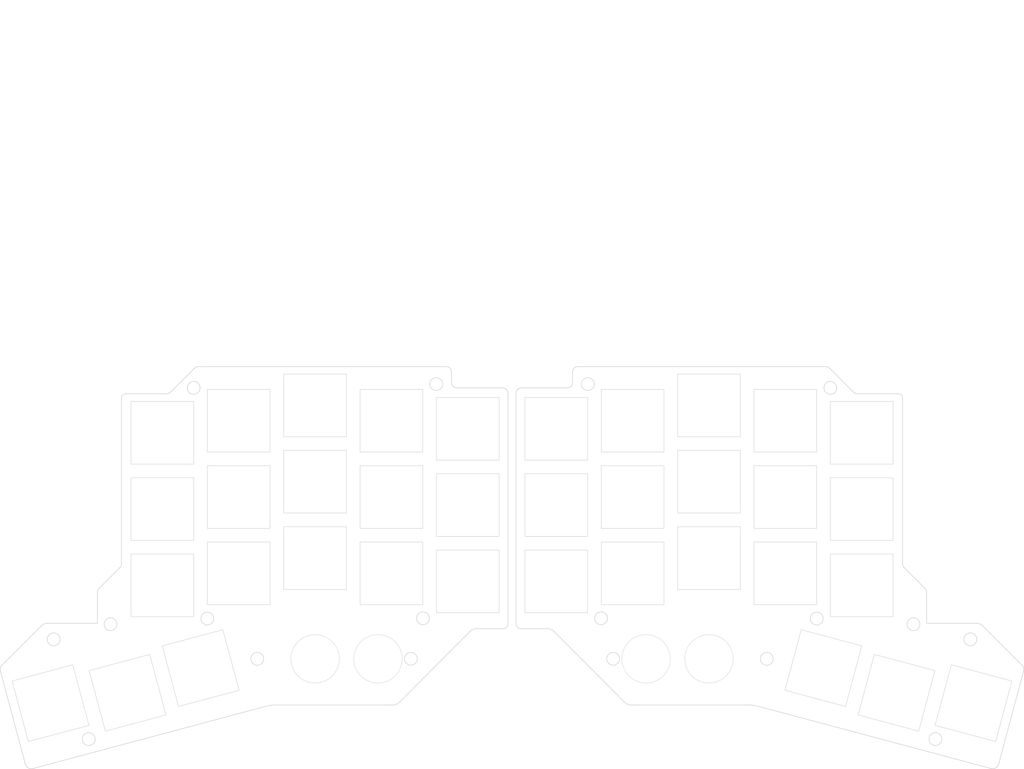
<source format=kicad_pcb>
(kicad_pcb (version 20211014) (generator pcbnew)
  (layers (0 "F.Cu" signal) (31 "B.Cu" signal) (34 "B.Paste" user) (35 "F.Paste" user) (36 "B.SilkS" user "B.Silkscreen") (37 "F.SilkS" user "F.Silkscreen") (38 "B.Mask" user) (39 "F.Mask" user) (44 "Edge.Cuts" user))
  (net 0 "")
  (footprint "jw_custom_footprint:CherryMX_Hotswap_cutout_above_PCB" (layer "F.Cu") (at 180.06034 102.649881)
    (fp_text reference "SW12" hide)
    (fp_text value "SW12")
    (fp_rect (start -7.8 -7.8) (end 7.8 7.8) (layer "Edge.Cuts") (width 0.12) (fill none))
  )
  (footprint "jw_custom_footprint:CherryMX_Hotswap_cutout_above_PCB" (layer "F.Cu") (at 180.06034 83.650281)
    (fp_text reference "SW7" hide)
    (fp_text value "SW7")
    (fp_rect (start -7.8 -7.8) (end 7.8 7.8) (layer "Edge.Cuts") (width 0.12) (fill none))
  )
  (footprint "jw_custom_footprint:CherryMX_Hotswap_cutout_above_PCB" (layer "F.Cu") (at 264.8712 134.975598 165)
    (fp_text reference "SW20" hide)
    (fp_text value "SW20")
    (fp_rect (start -7.8 -7.8) (end 7.8 7.8) (layer "Edge.Cuts") (width 0.12) (fill none))
  )
  (footprint "jw_custom_footprint:MountingHole_3.2mm_M3_cutout" (layer "F.Cu") (at 229.261167 56.462037)
    (fp_text reference "TH1")
    (fp_text value "HOLE")
    (fp_circle (center 0 0) (end 1.6 0) (layer "Edge.Cuts") (width 0.15) (fill none))
  )
  (footprint "jw_custom_footprint:contact_button_cutout_12mm" (layer "F.Cu") (at 183.401592 123.932287)
    (fp_text reference "SW16" hide)
    (fp_text value "SW_Contact_Pad")
    (fp_circle (center 0 0) (end 6.025 0) (layer "Edge.Cuts") (width 0.1) (fill none))
  )
  (footprint "jw_custom_footprint:CherryMX_Hotswap_cutout_above_PCB" (layer "F.Cu") (at 161.06014 66.649281)
    (fp_text reference "SW1" hide)
    (fp_text value "SW1")
    (fp_rect (start -7.8 -7.8) (end 7.8 7.8) (layer "Edge.Cuts") (width 0.12) (fill none))
  )
  (footprint "jw_custom_footprint:CherryMX_Hotswap_cutout_above_PCB" (layer "F.Cu") (at 161.06014 85.649681)
    (fp_text reference "SW6" hide)
    (fp_text value "SW6")
    (fp_rect (start -7.8 -7.8) (end 7.8 7.8) (layer "Edge.Cuts") (width 0.12) (fill none))
  )
  (footprint "jw_custom_footprint:MountingHole_3.2mm_M3_cutout" (layer "F.Cu") (at 225.870212 113.900487)
    (fp_text reference "TH4")
    (fp_text value "HOLE")
    (fp_circle (center 0 0) (end 1.6 0) (layer "Edge.Cuts") (width 0.15) (fill none))
  )
  (footprint "jw_custom_footprint:MountingHole_3.2mm_M3_cutout" (layer "F.Cu") (at 249.936 115.316 180)
    (fp_text reference "MCU_1")
    (fp_text value "HOLE")
    (fp_circle (center 0 0) (end 1.6 0) (layer "Edge.Cuts") (width 0.15) (fill none))
  )
  (footprint "jw_custom_footprint:MountingHole_3.2mm_M3_cutout" (layer "F.Cu") (at 172.212767 113.837837)
    (fp_text reference "TH3")
    (fp_text value "HOLE")
    (fp_circle (center 0 0) (end 1.6 0) (layer "Edge.Cuts") (width 0.15) (fill none))
  )
  (footprint "jw_custom_footprint:MountingHole_3.2mm_M3_cutout" (layer "F.Cu") (at 264.095774 119.0752)
    (fp_text reference "MCU_2")
    (fp_text value "HOLE")
    (fp_circle (center 0 0) (end 1.6 0) (layer "Edge.Cuts") (width 0.15) (fill none))
  )
  (footprint "jw_custom_footprint:CherryMX_Hotswap_cutout_above_PCB" (layer "F.Cu") (at 245.7196 132.3848 -15)
    (fp_text reference "SW19" hide)
    (fp_text value "SW19")
    (fp_rect (start -7.8 -7.8) (end 7.8 7.8) (layer "Edge.Cuts") (width 0.12) (fill none))
  )
  (footprint "jw_custom_footprint:contact_button_cutout_12mm" (layer "F.Cu") (at 199.059966 123.932287)
    (fp_text reference "SW17" hide)
    (fp_text value "SW_Contact_Pad")
    (fp_circle (center 0 0) (end 6.025 0) (layer "Edge.Cuts") (width 0.1) (fill none))
  )
  (footprint "jw_custom_footprint:CherryMX_Hotswap_cutout_above_PCB" (layer "F.Cu") (at 199.05974 98.840081)
    (fp_text reference "SW13" hide)
    (fp_text value "SW13")
    (fp_rect (start -7.8 -7.8) (end 7.8 7.8) (layer "Edge.Cuts") (width 0.12) (fill none))
  )
  (footprint "jw_custom_footprint:MountingHole_3.2mm_M3_cutout" (layer "F.Cu") (at 255.397 143.9164)
    (fp_text reference "TH5")
    (fp_text value "HOLE")
    (fp_circle (center 0 0) (end 1.6 0) (layer "Edge.Cuts") (width 0.15) (fill none))
  )
  (footprint "jw_custom_footprint:CherryMX_Hotswap_cutout_above_PCB" (layer "F.Cu") (at 218.05994 64.650121)
    (fp_text reference "SW4" hide)
    (fp_text value "SW4")
    (fp_rect (start -7.8 -7.8) (end 7.8 7.8) (layer "Edge.Cuts") (width 0.12) (fill none))
  )
  (footprint "jw_custom_footprint:CherryMX_Hotswap_cutout_above_PCB" (layer "F.Cu") (at 180.06034 64.650681)
    (fp_text reference "SW2" hide)
    (fp_text value "SW2")
    (fp_rect (start -7.8 -7.8) (end 7.8 7.8) (layer "Edge.Cuts") (width 0.12) (fill none))
  )
  (footprint "jw_custom_footprint:CherryMX_Hotswap_cutout_above_PCB" (layer "F.Cu") (at 237.059638 67.650681)
    (fp_text reference "SW5" hide)
    (fp_text value "SW5")
    (fp_rect (start -7.8 -7.8) (end 7.8 7.8) (layer "Edge.Cuts") (width 0.12) (fill none))
  )
  (footprint "jw_custom_footprint:CherryMX_Hotswap_cutout_above_PCB" (layer "F.Cu") (at 218.05994 102.650481)
    (fp_text reference "SW14" hide)
    (fp_text value "SW14")
    (fp_rect (start -7.8 -7.8) (end 7.8 7.8) (layer "Edge.Cuts") (width 0.12) (fill none))
  )
  (footprint "jw_custom_footprint:CherryMX_Hotswap_cutout_above_PCB" (layer "F.Cu") (at 227.519774 126.238406 -15)
    (fp_text reference "SW18" hide)
    (fp_text value "SW18")
    (fp_rect (start -7.8 -7.8) (end 7.8 7.8) (layer "Edge.Cuts") (width 0.12) (fill none))
  )
  (footprint "jw_custom_footprint:MountingHole_3.2mm_M3_cutout" (layer "F.Cu") (at 213.445456 123.932287)
    (fp_text reference "JY_BT_2")
    (fp_text value "HOLE")
    (fp_circle (center 0 0) (end 1.6 0) (layer "Edge.Cuts") (width 0.15) (fill none))
  )
  (footprint "jw_custom_footprint:CherryMX_Hotswap_cutout_above_PCB" (layer "F.Cu") (at 237.059638 105.650481)
    (fp_text reference "SW15" hide)
    (fp_text value "SW15")
    (fp_rect (start -7.8 -7.8) (end 7.8 7.8) (layer "Edge.Cuts") (width 0.12) (fill none))
  )
  (footprint "jw_custom_footprint:CherryMX_Hotswap_cutout_above_PCB" (layer "F.Cu") (at 218.05994 83.650081)
    (fp_text reference "SW9" hide)
    (fp_text value "SW9")
    (fp_rect (start -7.8 -7.8) (end 7.8 7.8) (layer "Edge.Cuts") (width 0.12) (fill none))
  )
  (footprint "jw_custom_footprint:CherryMX_Hotswap_cutout_above_PCB" (layer "F.Cu") (at 237.059638 86.650481)
    (fp_text reference "SW10" hide)
    (fp_text value "SW10")
    (fp_rect (start -7.8 -7.8) (end 7.8 7.8) (layer "Edge.Cuts") (width 0.12) (fill none))
  )
  (footprint "jw_custom_footprint:CherryMX_Hotswap_cutout_above_PCB" (layer "F.Cu") (at 199.05974 60.839921)
    (fp_text reference "SW3" hide)
    (fp_text value "SW3")
    (fp_rect (start -7.8 -7.8) (end 7.8 7.8) (layer "Edge.Cuts") (width 0.12) (fill none))
  )
  (footprint "jw_custom_footprint:MountingHole_3.2mm_M3_cutout" (layer "F.Cu") (at 175.2092 123.932287)
    (fp_text reference "JY_BT_1")
    (fp_text value "HOLE")
    (fp_circle (center 0 0) (end 1.6 0) (layer "Edge.Cuts") (width 0.15) (fill none))
  )
  (footprint "jw_custom_footprint:MountingHole_3.2mm_M3_cutout" (layer "F.Cu") (at 168.91 55.5202)
    (fp_text reference "TH2")
    (fp_text value "HOLE")
    (fp_circle (center 0 0) (end 1.6 0) (layer "Edge.Cuts") (width 0.15) (fill none))
  )
  (footprint "jw_custom_footprint:CherryMX_Hotswap_cutout_above_PCB" (layer "F.Cu") (at 199.05974 79.839881)
    (fp_text reference "SW8" hide)
    (fp_text value "SW8")
    (fp_rect (start -7.8 -7.8) (end 7.8 7.8) (layer "Edge.Cuts") (width 0.12) (fill none))
  )
  (footprint "jw_custom_footprint:CherryMX_Hotswap_cutout_above_PCB" (layer "F.Cu") (at 161.06014 104.650081)
    (fp_text reference "SW11" hide)
    (fp_text value "SW11")
    (fp_rect (start -7.8 -7.8) (end 7.8 7.8) (layer "Edge.Cuts") (width 0.12) (fill none))
  )
  (footprint "jw_custom_footprint:MountingHole_3.2mm_M3_cutout" (layer "B.Cu") (at 36.009306 119.0752 180)
    (fp_text reference "MCU_2")
    (fp_text value "HOLE")
    (fp_circle (center 0 0) (end 1.6 0) (layer "Edge.Cuts") (width 0.15) (fill none))
  )
  (footprint "jw_custom_footprint:MountingHole_3.2mm_M3_cutout" (layer "B.Cu") (at 124.89588 123.932287 180)
    (fp_text reference "JY_BT_1")
    (fp_text value "HOLE")
    (fp_circle (center 0 0) (end 1.6 0) (layer "Edge.Cuts") (width 0.15) (fill none))
  )
  (footprint "jw_custom_footprint:CherryMX_Hotswap_cutout_above_PCB" (layer "B.Cu") (at 139.04494 85.649681 180)
    (fp_text reference "SW6" hide)
    (fp_text value "SW6")
    (fp_rect (start -7.8 7.8) (end 7.8 -7.8) (layer "Edge.Cuts") (width 0.12) (fill none))
  )
  (footprint "jw_custom_footprint:CherryMX_Hotswap_cutout_above_PCB" (layer "B.Cu") (at 63.045442 86.650481 180)
    (fp_text reference "SW10" hide)
    (fp_text value "SW10")
    (fp_rect (start -7.8 7.8) (end 7.8 -7.8) (layer "Edge.Cuts") (width 0.12) (fill none))
  )
  (footprint "jw_custom_footprint:contact_button_cutout_12mm" (layer "B.Cu") (at 101.045114 123.932287 180)
    (fp_text reference "SW17" hide)
    (fp_text value "SW_Contact_Pad")
    (fp_circle (center 0 0) (end 6.025 0) (layer "Edge.Cuts") (width 0.1) (fill none))
  )
  (footprint "jw_custom_footprint:CherryMX_Hotswap_cutout_above_PCB" (layer "B.Cu") (at 139.04494 104.650081 180)
    (fp_text reference "SW11" hide)
    (fp_text value "SW11")
    (fp_rect (start -7.8 7.8) (end 7.8 -7.8) (layer "Edge.Cuts") (width 0.12) (fill none))
  )
  (footprint "jw_custom_footprint:CherryMX_Hotswap_cutout_above_PCB" (layer "B.Cu") (at 72.585306 126.238406 -165)
    (fp_text reference "SW18" hide)
    (fp_text value "SW18")
    (fp_rect (start -7.8 7.8) (end 7.8 -7.8) (layer "Edge.Cuts") (width 0.12) (fill none))
  )
  (footprint "jw_custom_footprint:CherryMX_Hotswap_cutout_above_PCB" (layer "B.Cu") (at 35.23388 134.975598 -165)
    (fp_text reference "SW20" hide)
    (fp_text value "SW20")
    (fp_rect (start -7.8 7.8) (end 7.8 -7.8) (layer "Edge.Cuts") (width 0.12) (fill none))
  )
  (footprint "jw_custom_footprint:MountingHole_3.2mm_M3_cutout" (layer "B.Cu") (at 44.70808 143.9164 180)
    (fp_text reference "TH5")
    (fp_text value "HOLE")
    (fp_circle (center 0 0) (end 1.6 0) (layer "Edge.Cuts") (width 0.15) (fill none))
  )
  (footprint "jw_custom_footprint:CherryMX_Hotswap_cutout_above_PCB" (layer "B.Cu") (at 63.045442 67.650681 180)
    (fp_text reference "SW5" hide)
    (fp_text value "SW5")
    (fp_rect (start -7.8 7.8) (end 7.8 -7.8) (layer "Edge.Cuts") (width 0.12) (fill none))
  )
  (footprint "jw_custom_footprint:MountingHole_3.2mm_M3_cutout" (layer "B.Cu") (at 74.234868 113.900487 180)
    (fp_text reference "TH4")
    (fp_text value "HOLE")
    (fp_circle (center 0 0) (end 1.6 0) (layer "Edge.Cuts") (width 0.15) (fill none))
  )
  (footprint "jw_custom_footprint:CherryMX_Hotswap_cutout_above_PCB" (layer "B.Cu") (at 101.04534 60.839921 180)
    (fp_text reference "SW3" hide)
    (fp_text value "SW3")
    (fp_rect (start -7.8 7.8) (end 7.8 -7.8) (layer "Edge.Cuts") (width 0.12) (fill none))
  )
  (footprint "jw_custom_footprint:MountingHole_3.2mm_M3_cutout" (layer "B.Cu") (at 50.16908 115.316)
    (fp_text reference "MCU_1")
    (fp_text value "HOLE")
    (fp_circle (center 0 0) (end 1.6 0) (layer "Edge.Cuts") (width 0.15) (fill none))
  )
  (footprint "jw_custom_footprint:CherryMX_Hotswap_cutout_above_PCB" (layer "B.Cu") (at 82.04514 83.650081 180)
    (fp_text reference "SW9" hide)
    (fp_text value "SW9")
    (fp_rect (start -7.8 7.8) (end 7.8 -7.8) (layer "Edge.Cuts") (width 0.12) (fill none))
  )
  (footprint "jw_custom_footprint:CherryMX_Hotswap_cutout_above_PCB" (layer "B.Cu") (at 82.04514 102.650481 180)
    (fp_text reference "SW14" hide)
    (fp_text value "SW14")
    (fp_rect (start -7.8 7.8) (end 7.8 -7.8) (layer "Edge.Cuts") (width 0.12) (fill none))
  )
  (footprint "jw_custom_footprint:MountingHole_3.2mm_M3_cutout" (layer "B.Cu") (at 86.659624 123.932287 180)
    (fp_text reference "JY_BT_2")
    (fp_text value "HOLE")
    (fp_circle (center 0 0) (end 1.6 0) (layer "Edge.Cuts") (width 0.15) (fill none))
  )
  (footprint "jw_custom_footprint:CherryMX_Hotswap_cutout_above_PCB" (layer "B.Cu") (at 101.04534 98.840081 180)
    (fp_text reference "SW13" hide)
    (fp_text value "SW13")
    (fp_rect (start -7.8 7.8) (end 7.8 -7.8) (layer "Edge.Cuts") (width 0.12) (fill none))
  )
  (footprint "jw_custom_footprint:CherryMX_Hotswap_cutout_above_PCB" (layer "B.Cu") (at 82.04514 64.650121 180)
    (fp_text reference "SW4" hide)
    (fp_text value "SW4")
    (fp_rect (start -7.8 7.8) (end 7.8 -7.8) (layer "Edge.Cuts") (width 0.12) (fill none))
  )
  (footprint "jw_custom_footprint:CherryMX_Hotswap_cutout_above_PCB" (layer "B.Cu") (at 120.04474 102.649881 180)
    (fp_text reference "SW12" hide)
    (fp_text value "SW12")
    (fp_rect (start -7.8 7.8) (end 7.8 -7.8) (layer "Edge.Cuts") (width 0.12) (fill none))
  )
  (footprint "jw_custom_footprint:CherryMX_Hotswap_cutout_above_PCB" (layer "B.Cu") (at 101.04534 79.839881 180)
    (fp_text reference "SW8" hide)
    (fp_text value "SW8")
    (fp_rect (start -7.8 7.8) (end 7.8 -7.8) (layer "Edge.Cuts") (width 0.12) (fill none))
  )
  (footprint "jw_custom_footprint:contact_button_cutout_12mm" (layer "B.Cu") (at 116.703488 123.932287 180)
    (fp_text reference "SW16" hide)
    (fp_text value "SW_Contact_Pad")
    (fp_circle (center 0 0) (end 6.025 0) (layer "Edge.Cuts") (width 0.1) (fill none))
  )
  (footprint "jw_custom_footprint:CherryMX_Hotswap_cutout_above_PCB" (layer "B.Cu") (at 120.04474 64.650681 180)
    (fp_text reference "SW2" hide)
    (fp_text value "SW2")
    (fp_rect (start -7.8 7.8) (end 7.8 -7.8) (layer "Edge.Cuts") (width 0.12) (fill none))
  )
  (footprint "jw_custom_footprint:MountingHole_3.2mm_M3_cutout" (layer "B.Cu") (at 131.19508 55.5202 180)
    (fp_text reference "TH2")
    (fp_text value "HOLE")
    (fp_circle (center 0 0) (end 1.6 0) (layer "Edge.Cuts") (width 0.15) (fill none))
  )
  (footprint "jw_custom_footprint:MountingHole_3.2mm_M3_cutout" (layer "B.Cu") (at 70.843913 56.462037 180)
    (fp_text reference "TH1")
    (fp_text value "HOLE")
    (fp_circle (center 0 0) (end 1.6 0) (layer "Edge.Cuts") (width 0.15) (fill none))
  )
  (footprint "jw_custom_footprint:MountingHole_3.2mm_M3_cutout" (layer "B.Cu") (at 127.892313 113.837837 180)
    (fp_text reference "TH3")
    (fp_text value "HOLE")
    (fp_circle (center 0 0) (end 1.6 0) (layer "Edge.Cuts") (width 0.15) (fill none))
  )
  (footprint "jw_custom_footprint:CherryMX_Hotswap_cutout_above_PCB" (layer "B.Cu") (at 54.38548 132.3848 -165)
    (fp_text reference "SW19" hide)
    (fp_text value "SW19")
    (fp_rect (start -7.8 7.8) (end 7.8 -7.8) (layer "Edge.Cuts") (width 0.12) (fill none))
  )
  (footprint "jw_custom_footprint:CherryMX_Hotswap_cutout_above_PCB" (layer "B.Cu") (at 139.04494 66.649281 180)
    (fp_text reference "SW1" hide)
    (fp_text value "SW1")
    (fp_rect (start -7.8 7.8) (end 7.8 -7.8) (layer "Edge.Cuts") (width 0.12) (fill none))
  )
  (footprint "jw_custom_footprint:CherryMX_Hotswap_cutout_above_PCB" (layer "B.Cu") (at 120.04474 83.650281 180)
    (fp_text reference "SW7" hide)
    (fp_text value "SW7")
    (fp_rect (start -7.8 7.8) (end 7.8 -7.8) (layer "Edge.Cuts") (width 0.12) (fill none))
  )
  (footprint "jw_custom_footprint:CherryMX_Hotswap_cutout_above_PCB" (layer "B.Cu") (at 63.045442 105.650481 180)
    (fp_text reference "SW15" hide)
    (fp_text value "SW15")
    (fp_rect (start -7.8 7.8) (end 7.8 -7.8) (layer "Edge.Cuts") (width 0.12) (fill none))
  )
  (gr_line (start 133.68428 51.177987) (end 72.152068 51.178191) (layer "Edge.Cuts") (width 0.15))
  (gr_arc (start 151.05254 57.779716) (mid 151.454249 56.858099) (end 152.388012 56.485521) (layer "Edge.Cuts") (width 0.15))
  (gr_line (start 134.984582 55.087316) (end 134.984582 52.536481) (layer "Edge.Cuts") (width 0.15))
  (gr_arc (start 152.183374 116.429406) (mid 151.395368 116.057625) (end 151.05254 115.256606) (layer "Edge.Cuts") (width 0.15))
  (gr_line (start 177.927767 134.609606) (end 160.528767 117.142606) (layer "Edge.Cuts") (width 0.15))
  (gr_arc (start 165.120498 52.536481) (mid 165.476786 51.575966) (end 166.4208 51.177987) (layer "Edge.Cuts") (width 0.15))
  (gr_line (start 54.008795 57.934183) (end 64.024068 57.934183) (layer "Edge.Cuts") (width 0.15))
  (gr_arc (start 52.881528 59.039287) (mid 53.206867 58.243775) (end 54.008795 57.934591) (layer "Edge.Cuts") (width 0.15))
  (gr_arc (start 65.141668 57.489887) (mid 64.629945 57.830455) (end 64.024068 57.934183) (layer "Edge.Cuts") (width 0.15))
  (gr_arc (start 179.959767 135.424787) (mid 178.856998 135.233483) (end 177.927767 134.609606) (layer "Edge.Cuts") (width 0.15))
  (gr_line (start 147.921706 116.429406) (end 141.295713 116.429406) (layer "Edge.Cuts") (width 0.15))
  (gr_line (start 52.881528 100.238087) (end 52.881528 59.039287) (layer "Edge.Cuts") (width 0.15))
  (gr_arc (start 46.904468 107.350087) (mid 46.998959 106.821715) (end 47.310868 106.384887) (layer "Edge.Cuts") (width 0.15))
  (gr_arc (start 147.717068 56.485521) (mid 148.650812 56.858118) (end 149.05254 57.779716) (layer "Edge.Cuts") (width 0.15))
  (gr_line (start 149.05254 115.256606) (end 149.05254 57.779716) (layer "Edge.Cuts") (width 0.15))
  (gr_line (start 46.904468 107.350087) (end 46.904468 115.071687) (layer "Edge.Cuts") (width 0.15))
  (gr_arc (start 247.612612 101.203287) (mid 247.313261 100.762939) (end 247.223552 100.238087) (layer "Edge.Cuts") (width 0.15))
  (gr_line (start 139.576313 117.142606) (end 122.177313 134.609606) (layer "Edge.Cuts") (width 0.15))
  (gr_line (start 269.21652 151.2316) (end 211.72234 135.859406) (layer "Edge.Cuts") (width 0.15))
  (gr_line (start 227.953012 51.178191) (end 166.4208 51.177987) (layer "Edge.Cuts") (width 0.15))
  (gr_line (start 247.612612 101.203287) (end 252.794212 106.384887) (layer "Edge.Cuts") (width 0.15))
  (gr_arc (start 208.534767 135.432787) (mid 210.144404 135.527665) (end 211.72234 135.859406) (layer "Edge.Cuts") (width 0.15))
  (gr_arc (start 52.881528 100.238087) (mid 52.791819 100.762939) (end 52.492468 101.203287) (layer "Edge.Cuts") (width 0.15))
  (gr_arc (start 133.68428 51.177987) (mid 134.62831 51.57595) (end 134.984582 52.536481) (layer "Edge.Cuts") (width 0.15))
  (gr_arc (start 70.983668 51.647887) (mid 71.517627 51.28806) (end 72.152068 51.178191) (layer "Edge.Cuts") (width 0.15))
  (gr_line (start 267.221412 115.782887) (end 276.8092 125.3744) (layer "Edge.Cuts") (width 0.15))
  (gr_arc (start 122.177313 134.609606) (mid 121.248079 135.233477) (end 120.145313 135.424787) (layer "Edge.Cuts") (width 0.15))
  (gr_line (start 46.904468 115.071687) (end 34.509268 115.071687) (layer "Edge.Cuts") (width 0.15))
  (gr_arc (start 265.595812 115.071687) (mid 266.48771 115.246491) (end 267.221412 115.782887) (layer "Edge.Cuts") (width 0.15))
  (gr_line (start 88.38274 135.859406) (end 30.88856 151.2316) (layer "Edge.Cuts") (width 0.15))
  (gr_line (start 229.121412 51.647887) (end 234.963412 57.489887) (layer "Edge.Cuts") (width 0.15))
  (gr_line (start 47.310868 106.384887) (end 52.492468 101.203287) (layer "Edge.Cuts") (width 0.15))
  (gr_line (start 136.378385 56.485521) (end 147.717068 56.485521) (layer "Edge.Cuts") (width 0.15))
  (gr_arc (start 252.794212 106.384887) (mid 253.10612 106.821715) (end 253.200612 107.350087) (layer "Edge.Cuts") (width 0.15))
  (gr_line (start 152.388012 56.485521) (end 163.726695 56.485521) (layer "Edge.Cuts") (width 0.15))
  (gr_line (start 247.223552 59.039287) (end 247.223552 100.238087) (layer "Edge.Cuts") (width 0.15))
  (gr_arc (start 236.081012 57.934183) (mid 235.475135 57.830455) (end 234.963412 57.489887) (layer "Edge.Cuts") (width 0.15))
  (gr_line (start 22.78788 127.0762) (end 28.962004 150.129903) (layer "Edge.Cuts") (width 0.15))
  (gr_line (start 23.29588 125.3744) (end 32.883668 115.782887) (layer "Edge.Cuts") (width 0.15))
  (gr_arc (start 139.576313 117.142606) (mid 140.359781 116.602221) (end 141.295713 116.429406) (layer "Edge.Cuts") (width 0.15))
  (gr_arc (start 158.809367 116.429406) (mid 159.745296 116.602229) (end 160.528767 117.142606) (layer "Edge.Cuts") (width 0.15))
  (gr_line (start 208.534767 135.432787) (end 179.959767 135.424787) (layer "Edge.Cuts") (width 0.15))
  (gr_arc (start 136.378385 56.485521) (mid 135.39314 56.073866) (end 134.984582 55.087316) (layer "Edge.Cuts") (width 0.15))
  (gr_arc (start 22.78788 127.0762) (mid 22.788286 126.187506) (end 23.24508 125.4252) (layer "Edge.Cuts") (width 0.15))
  (gr_line (start 158.809367 116.429406) (end 152.183374 116.429406) (layer "Edge.Cuts") (width 0.15))
  (gr_arc (start 32.883668 115.782887) (mid 33.61737 115.246491) (end 34.509268 115.071687) (layer "Edge.Cuts") (width 0.15))
  (gr_line (start 65.141668 57.489887) (end 70.983668 51.647887) (layer "Edge.Cuts") (width 0.15))
  (gr_line (start 271.143076 150.129903) (end 277.3172 127.0762) (layer "Edge.Cuts") (width 0.15))
  (gr_arc (start 227.953012 51.178191) (mid 228.587453 51.28806) (end 229.121412 51.647887) (layer "Edge.Cuts") (width 0.15))
  (gr_arc (start 149.05254 115.256606) (mid 148.709697 116.057611) (end 147.921706 116.429406) (layer "Edge.Cuts") (width 0.15))
  (gr_arc (start 30.88856 151.2316) (mid 29.695877 151.081897) (end 28.962004 150.129903) (layer "Edge.Cuts") (width 0.15))
  (gr_arc (start 271.143076 150.129903) (mid 270.40918 151.081857) (end 269.21652 151.2316) (layer "Edge.Cuts") (width 0.15))
  (gr_arc (start 88.38274 135.859406) (mid 89.960675 135.527653) (end 91.570313 135.432787) (layer "Edge.Cuts") (width 0.15))
  (gr_arc (start 165.120498 55.087316) (mid 164.711967 56.073893) (end 163.726695 56.485521) (layer "Edge.Cuts") (width 0.15))
  (gr_line (start 120.145313 135.424787) (end 91.570313 135.432787) (layer "Edge.Cuts") (width 0.15))
  (gr_line (start 265.595812 115.071687) (end 253.200612 115.071687) (layer "Edge.Cuts") (width 0.15))
  (gr_arc (start 246.096285 57.934591) (mid 246.89821 58.243777) (end 247.223552 59.039287) (layer "Edge.Cuts") (width 0.15))
  (gr_line (start 236.081012 57.934183) (end 246.096285 57.934183) (layer "Edge.Cuts") (width 0.15))
  (gr_line (start 151.05254 57.779716) (end 151.05254 115.256606) (layer "Edge.Cuts") (width 0.15))
  (gr_arc (start 276.86 125.4252) (mid 277.316781 126.18751) (end 277.3172 127.0762) (layer "Edge.Cuts") (width 0.15))
  (gr_line (start 165.120498 52.536481) (end 165.120498 55.087316) (layer "Edge.Cuts") (width 0.15))
  (gr_line (start 253.200612 115.071687) (end 253.200612 107.350087) (layer "Edge.Cuts") (width 0.15))
)
</source>
